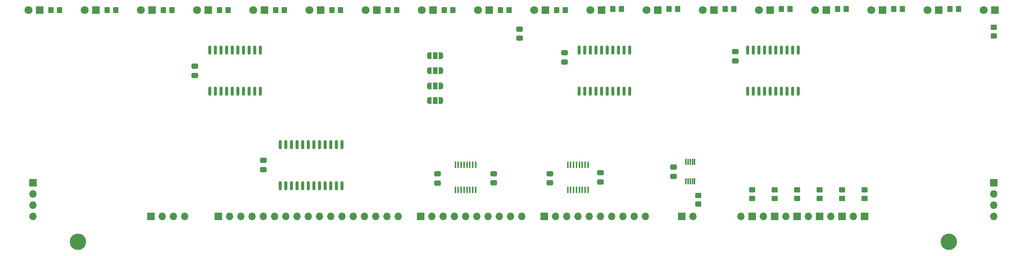
<source format=gts>
G04 #@! TF.GenerationSoftware,KiCad,Pcbnew,(6.0.1-0)*
G04 #@! TF.CreationDate,2022-02-06T20:22:52-08:00*
G04 #@! TF.ProjectId,led-driver,6c65642d-6472-4697-9665-722e6b696361,rev?*
G04 #@! TF.SameCoordinates,Original*
G04 #@! TF.FileFunction,Soldermask,Top*
G04 #@! TF.FilePolarity,Negative*
%FSLAX46Y46*%
G04 Gerber Fmt 4.6, Leading zero omitted, Abs format (unit mm)*
G04 Created by KiCad (PCBNEW (6.0.1-0)) date 2022-02-06 20:22:52*
%MOMM*%
%LPD*%
G01*
G04 APERTURE LIST*
G04 Aperture macros list*
%AMRoundRect*
0 Rectangle with rounded corners*
0 $1 Rounding radius*
0 $2 $3 $4 $5 $6 $7 $8 $9 X,Y pos of 4 corners*
0 Add a 4 corners polygon primitive as box body*
4,1,4,$2,$3,$4,$5,$6,$7,$8,$9,$2,$3,0*
0 Add four circle primitives for the rounded corners*
1,1,$1+$1,$2,$3*
1,1,$1+$1,$4,$5*
1,1,$1+$1,$6,$7*
1,1,$1+$1,$8,$9*
0 Add four rect primitives between the rounded corners*
20,1,$1+$1,$2,$3,$4,$5,0*
20,1,$1+$1,$4,$5,$6,$7,0*
20,1,$1+$1,$6,$7,$8,$9,0*
20,1,$1+$1,$8,$9,$2,$3,0*%
%AMFreePoly0*
4,1,22,0.550000,-0.750000,0.000000,-0.750000,0.000000,-0.745033,-0.079941,-0.743568,-0.215256,-0.701293,-0.333266,-0.622738,-0.424486,-0.514219,-0.481581,-0.384460,-0.499164,-0.250000,-0.500000,-0.250000,-0.500000,0.250000,-0.499164,0.250000,-0.499963,0.256109,-0.478152,0.396186,-0.417904,0.524511,-0.324060,0.630769,-0.204165,0.706417,-0.067858,0.745374,0.000000,0.744959,0.000000,0.750000,
0.550000,0.750000,0.550000,-0.750000,0.550000,-0.750000,$1*%
%AMFreePoly1*
4,1,20,0.000000,0.744959,0.073905,0.744508,0.209726,0.703889,0.328688,0.626782,0.421226,0.519385,0.479903,0.390333,0.500000,0.250000,0.500000,-0.250000,0.499851,-0.262216,0.476331,-0.402017,0.414519,-0.529596,0.319384,-0.634700,0.198574,-0.708877,0.061801,-0.746166,0.000000,-0.745033,0.000000,-0.750000,-0.550000,-0.750000,-0.550000,0.750000,0.000000,0.750000,0.000000,0.744959,
0.000000,0.744959,$1*%
G04 Aperture macros list end*
%ADD10R,1.700000X1.700000*%
%ADD11O,1.700000X1.700000*%
%ADD12C,3.700000*%
%ADD13RoundRect,0.250000X-0.475000X0.337500X-0.475000X-0.337500X0.475000X-0.337500X0.475000X0.337500X0*%
%ADD14R,1.800000X1.800000*%
%ADD15C,1.800000*%
%ADD16FreePoly0,180.000000*%
%ADD17R,1.000000X1.500000*%
%ADD18FreePoly1,180.000000*%
%ADD19RoundRect,0.250000X-0.350000X-0.450000X0.350000X-0.450000X0.350000X0.450000X-0.350000X0.450000X0*%
%ADD20RoundRect,0.250000X-0.450000X0.350000X-0.450000X-0.350000X0.450000X-0.350000X0.450000X0.350000X0*%
%ADD21RoundRect,0.250000X0.450000X-0.350000X0.450000X0.350000X-0.450000X0.350000X-0.450000X-0.350000X0*%
%ADD22RoundRect,0.150000X0.150000X-0.875000X0.150000X0.875000X-0.150000X0.875000X-0.150000X-0.875000X0*%
%ADD23RoundRect,0.100000X0.100000X-0.637500X0.100000X0.637500X-0.100000X0.637500X-0.100000X-0.637500X0*%
%ADD24R,0.300000X1.400000*%
%ADD25RoundRect,0.250000X0.475000X-0.337500X0.475000X0.337500X-0.475000X0.337500X-0.475000X-0.337500X0*%
G04 APERTURE END LIST*
D10*
X69850000Y-73660000D03*
D11*
X72390000Y-73660000D03*
X74930000Y-73660000D03*
X77470000Y-73660000D03*
X80010000Y-73660000D03*
X82550000Y-73660000D03*
X85090000Y-73660000D03*
X87630000Y-73660000D03*
X90170000Y-73660000D03*
X92710000Y-73660000D03*
X95250000Y-73660000D03*
X97790000Y-73660000D03*
X100330000Y-73660000D03*
X102870000Y-73660000D03*
X105410000Y-73660000D03*
X107950000Y-73660000D03*
X110490000Y-73660000D03*
D10*
X143510000Y-73660000D03*
D11*
X146050000Y-73660000D03*
X148590000Y-73660000D03*
X151130000Y-73660000D03*
X153670000Y-73660000D03*
X156210000Y-73660000D03*
X158750000Y-73660000D03*
X161290000Y-73660000D03*
X163830000Y-73660000D03*
X166370000Y-73660000D03*
X138430000Y-73660000D03*
X135890000Y-73660000D03*
X133350000Y-73660000D03*
X130810000Y-73660000D03*
X128270000Y-73660000D03*
X125730000Y-73660000D03*
X123190000Y-73660000D03*
X120650000Y-73660000D03*
X118110000Y-73660000D03*
D10*
X115570000Y-73660000D03*
D12*
X38100000Y-79375000D03*
X234950000Y-79375000D03*
D13*
X137922000Y-31200500D03*
X137922000Y-33275500D03*
X64516000Y-39602500D03*
X64516000Y-41677500D03*
X148082000Y-36554500D03*
X148082000Y-38629500D03*
X186690000Y-36300500D03*
X186690000Y-38375500D03*
D14*
X29464000Y-26924000D03*
D15*
X26924000Y-26924000D03*
D14*
X42164000Y-26924000D03*
D15*
X39624000Y-26924000D03*
D14*
X54864000Y-26924000D03*
D15*
X52324000Y-26924000D03*
D14*
X67564000Y-26924000D03*
D15*
X65024000Y-26924000D03*
D14*
X80264000Y-26924000D03*
D15*
X77724000Y-26924000D03*
D14*
X92964000Y-26924000D03*
D15*
X90424000Y-26924000D03*
D14*
X105664000Y-26924000D03*
D15*
X103124000Y-26924000D03*
D14*
X156464000Y-26924000D03*
D15*
X153924000Y-26924000D03*
D14*
X169164000Y-26924000D03*
D15*
X166624000Y-26924000D03*
D14*
X181864000Y-26924000D03*
D15*
X179324000Y-26924000D03*
D14*
X207264000Y-26924000D03*
D15*
X204724000Y-26924000D03*
D14*
X219964000Y-26924000D03*
D15*
X217424000Y-26924000D03*
D14*
X232664000Y-26924000D03*
D15*
X230124000Y-26924000D03*
D14*
X245364000Y-26924000D03*
D15*
X242824000Y-26924000D03*
D10*
X195580000Y-73660000D03*
D11*
X193040000Y-73660000D03*
D10*
X200660000Y-73660000D03*
D11*
X198120000Y-73660000D03*
D10*
X205740000Y-73660000D03*
D11*
X203200000Y-73660000D03*
D10*
X210820000Y-73660000D03*
D11*
X208280000Y-73660000D03*
D10*
X27940000Y-66040000D03*
D11*
X27940000Y-68580000D03*
X27940000Y-71120000D03*
X27940000Y-73660000D03*
D16*
X120172000Y-37211000D03*
D17*
X118872000Y-37211000D03*
D18*
X117572000Y-37211000D03*
D16*
X120172000Y-44069000D03*
D17*
X118872000Y-44069000D03*
D18*
X117572000Y-44069000D03*
D16*
X120172000Y-40640000D03*
D17*
X118872000Y-40640000D03*
D18*
X117572000Y-40640000D03*
D16*
X120172000Y-47371000D03*
D17*
X118872000Y-47371000D03*
D18*
X117572000Y-47371000D03*
D19*
X44720000Y-26924000D03*
X46720000Y-26924000D03*
X70120000Y-26924000D03*
X72120000Y-26924000D03*
X82820000Y-26924000D03*
X84820000Y-26924000D03*
X95520000Y-26924000D03*
X97520000Y-26924000D03*
X108220000Y-26924000D03*
X110220000Y-26924000D03*
X120920000Y-26924000D03*
X122920000Y-26924000D03*
X146320000Y-26924000D03*
X148320000Y-26924000D03*
X159020000Y-26670000D03*
X161020000Y-26670000D03*
X171720000Y-26670000D03*
X173720000Y-26670000D03*
X184420000Y-26670000D03*
X186420000Y-26670000D03*
X197120000Y-26670000D03*
X199120000Y-26670000D03*
X209820000Y-26670000D03*
X211820000Y-26670000D03*
X222520000Y-26670000D03*
X224520000Y-26670000D03*
X235220000Y-26670000D03*
X237220000Y-26670000D03*
X133620000Y-26924000D03*
X135620000Y-26924000D03*
D20*
X245110000Y-30750000D03*
X245110000Y-32750000D03*
D21*
X195580000Y-69580000D03*
X195580000Y-67580000D03*
X200660000Y-69580000D03*
X200660000Y-67580000D03*
X205740000Y-69580000D03*
X205740000Y-67580000D03*
X210820000Y-69580000D03*
X210820000Y-67580000D03*
D22*
X67945000Y-45290000D03*
X69215000Y-45290000D03*
X70485000Y-45290000D03*
X71755000Y-45290000D03*
X73025000Y-45290000D03*
X74295000Y-45290000D03*
X75565000Y-45290000D03*
X76835000Y-45290000D03*
X78105000Y-45290000D03*
X79375000Y-45290000D03*
X79375000Y-35990000D03*
X78105000Y-35990000D03*
X76835000Y-35990000D03*
X75565000Y-35990000D03*
X74295000Y-35990000D03*
X73025000Y-35990000D03*
X71755000Y-35990000D03*
X70485000Y-35990000D03*
X69215000Y-35990000D03*
X67945000Y-35990000D03*
X189484000Y-45290000D03*
X190754000Y-45290000D03*
X192024000Y-45290000D03*
X193294000Y-45290000D03*
X194564000Y-45290000D03*
X195834000Y-45290000D03*
X197104000Y-45290000D03*
X198374000Y-45290000D03*
X199644000Y-45290000D03*
X200914000Y-45290000D03*
X200914000Y-35990000D03*
X199644000Y-35990000D03*
X198374000Y-35990000D03*
X197104000Y-35990000D03*
X195834000Y-35990000D03*
X194564000Y-35990000D03*
X193294000Y-35990000D03*
X192024000Y-35990000D03*
X190754000Y-35990000D03*
X189484000Y-35990000D03*
D14*
X194564000Y-26924000D03*
D15*
X192024000Y-26924000D03*
D14*
X131064000Y-26924000D03*
D15*
X128524000Y-26924000D03*
D19*
X32020000Y-26924000D03*
X34020000Y-26924000D03*
X57420000Y-26924000D03*
X59420000Y-26924000D03*
D14*
X118364000Y-26924000D03*
D15*
X115824000Y-26924000D03*
D21*
X190500000Y-69580000D03*
X190500000Y-67580000D03*
D10*
X190500000Y-73660000D03*
D11*
X187960000Y-73660000D03*
D22*
X151384000Y-45290000D03*
X152654000Y-45290000D03*
X153924000Y-45290000D03*
X155194000Y-45290000D03*
X156464000Y-45290000D03*
X157734000Y-45290000D03*
X159004000Y-45290000D03*
X160274000Y-45290000D03*
X161544000Y-45290000D03*
X162814000Y-45290000D03*
X162814000Y-35990000D03*
X161544000Y-35990000D03*
X160274000Y-35990000D03*
X159004000Y-35990000D03*
X157734000Y-35990000D03*
X156464000Y-35990000D03*
X155194000Y-35990000D03*
X153924000Y-35990000D03*
X152654000Y-35990000D03*
X151384000Y-35990000D03*
D10*
X215900000Y-73660000D03*
D11*
X213360000Y-73660000D03*
D21*
X215900000Y-69580000D03*
X215900000Y-67580000D03*
D14*
X143764000Y-26924000D03*
D15*
X141224000Y-26924000D03*
D10*
X245110000Y-66040000D03*
D11*
X245110000Y-68580000D03*
X245110000Y-71120000D03*
X245110000Y-73660000D03*
D13*
X119380000Y-63990000D03*
X119380000Y-66065000D03*
D22*
X83810000Y-66647500D03*
X85080000Y-66647500D03*
X86350000Y-66647500D03*
X87620000Y-66647500D03*
X88890000Y-66647500D03*
X90160000Y-66647500D03*
X91430000Y-66647500D03*
X92700000Y-66647500D03*
X93970000Y-66647500D03*
X95240000Y-66647500D03*
X96510000Y-66647500D03*
X97780000Y-66647500D03*
X97780000Y-57347500D03*
X96510000Y-57347500D03*
X95240000Y-57347500D03*
X93970000Y-57347500D03*
X92700000Y-57347500D03*
X91430000Y-57347500D03*
X90160000Y-57347500D03*
X88890000Y-57347500D03*
X87620000Y-57347500D03*
X86350000Y-57347500D03*
X85080000Y-57347500D03*
X83810000Y-57347500D03*
D23*
X123455000Y-67657500D03*
X124105000Y-67657500D03*
X124755000Y-67657500D03*
X125405000Y-67657500D03*
X126055000Y-67657500D03*
X126705000Y-67657500D03*
X127355000Y-67657500D03*
X128005000Y-67657500D03*
X128005000Y-61932500D03*
X127355000Y-61932500D03*
X126705000Y-61932500D03*
X126055000Y-61932500D03*
X125405000Y-61932500D03*
X124755000Y-61932500D03*
X124105000Y-61932500D03*
X123455000Y-61932500D03*
D11*
X177165000Y-73660000D03*
D10*
X174625000Y-73660000D03*
X54620000Y-73635000D03*
D11*
X57160000Y-73635000D03*
X59700000Y-73635000D03*
X62240000Y-73635000D03*
D13*
X156210000Y-63732500D03*
X156210000Y-65807500D03*
D21*
X178308000Y-70850000D03*
X178308000Y-68850000D03*
D13*
X80010000Y-60960000D03*
X80010000Y-63035000D03*
X144780000Y-63965000D03*
X144780000Y-66040000D03*
D24*
X175530000Y-65675000D03*
X176030000Y-65675000D03*
X176530000Y-65675000D03*
X177030000Y-65675000D03*
X177530000Y-65675000D03*
X177530000Y-61275000D03*
X177030000Y-61275000D03*
X176530000Y-61275000D03*
X176030000Y-61275000D03*
X175530000Y-61275000D03*
D13*
X172720000Y-62462500D03*
X172720000Y-64537500D03*
D23*
X148855000Y-67657500D03*
X149505000Y-67657500D03*
X150155000Y-67657500D03*
X150805000Y-67657500D03*
X151455000Y-67657500D03*
X152105000Y-67657500D03*
X152755000Y-67657500D03*
X153405000Y-67657500D03*
X153405000Y-61932500D03*
X152755000Y-61932500D03*
X152105000Y-61932500D03*
X151455000Y-61932500D03*
X150805000Y-61932500D03*
X150155000Y-61932500D03*
X149505000Y-61932500D03*
X148855000Y-61932500D03*
D25*
X132080000Y-66040000D03*
X132080000Y-63965000D03*
M02*

</source>
